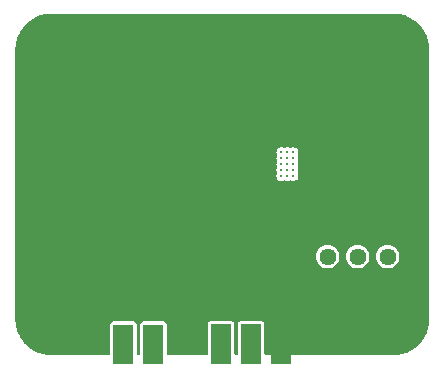
<source format=gbl>
%TF.GenerationSoftware,KiCad,Pcbnew,7.0.9*%
%TF.CreationDate,2023-11-18T02:34:40+02:00*%
%TF.ProjectId,BMS_Buck-Boost,424d535f-4275-4636-9b2d-426f6f73742e,rev?*%
%TF.SameCoordinates,Original*%
%TF.FileFunction,Copper,L2,Bot*%
%TF.FilePolarity,Positive*%
%FSLAX46Y46*%
G04 Gerber Fmt 4.6, Leading zero omitted, Abs format (unit mm)*
G04 Created by KiCad (PCBNEW 7.0.9) date 2023-11-18 02:34:40*
%MOMM*%
%LPD*%
G01*
G04 APERTURE LIST*
%TA.AperFunction,ComponentPad*%
%ADD10O,1.100000X1.700000*%
%TD*%
%TA.AperFunction,ComponentPad*%
%ADD11C,1.440000*%
%TD*%
%TA.AperFunction,ComponentPad*%
%ADD12C,3.800000*%
%TD*%
%TA.AperFunction,ComponentPad*%
%ADD13R,1.700000X1.700000*%
%TD*%
%TA.AperFunction,ComponentPad*%
%ADD14C,0.300000*%
%TD*%
%TA.AperFunction,ViaPad*%
%ADD15C,0.800000*%
%TD*%
%ADD16C,0.350000*%
%ADD17O,0.600000X1.200000*%
%ADD18C,0.200000*%
G04 APERTURE END LIST*
D10*
%TO.P,J1,S1,SHIELD*%
%TO.N,GND*%
X168785000Y-85143600D03*
X168785000Y-81343600D03*
X160145000Y-85143600D03*
X160145000Y-81343600D03*
%TD*%
D11*
%TO.P,RV1,1,1*%
%TO.N,Net-(R11-Pad1)*%
X177825400Y-99314000D03*
%TO.P,RV1,2,2*%
%TO.N,FB*%
X180365400Y-99314000D03*
%TO.P,RV1,3,3*%
%TO.N,Net-(R10-Pad2)*%
X182905400Y-99314000D03*
%TD*%
D12*
%TO.P,H4,1,1*%
%TO.N,GND*%
X183388000Y-104622600D03*
%TD*%
D13*
%TO.P,J4,1,Pin_1*%
%TO.N,GND*%
X173888400Y-105900000D03*
X173888400Y-107551000D03*
%TO.P,J4,2,Pin_2*%
%TO.N,+VCC_OUT*%
X171348400Y-105900000D03*
X171348400Y-107551000D03*
%TO.P,J4,3,Pin_3*%
%TO.N,+BATT*%
X168808400Y-105900000D03*
X168808400Y-107551000D03*
%TD*%
D12*
%TO.P,H1,1,1*%
%TO.N,GND*%
X154432000Y-81788000D03*
%TD*%
D14*
%TO.P,U3,16*%
%TO.N,N/C*%
X174920000Y-92480000D03*
%TO.P,U3,17*%
X174420000Y-92480000D03*
%TO.P,U3,18*%
X173920000Y-92480000D03*
%TO.P,U3,19*%
X174920000Y-91980000D03*
%TO.P,U3,20*%
X174420000Y-91980000D03*
%TO.P,U3,21*%
X173920000Y-91980000D03*
%TO.P,U3,22*%
X174920000Y-91480000D03*
%TO.P,U3,23*%
X174420000Y-91480000D03*
%TO.P,U3,24*%
X173920000Y-91480000D03*
%TO.P,U3,25*%
X174920000Y-90980000D03*
%TO.P,U3,26*%
X174420000Y-90980000D03*
%TO.P,U3,27*%
X173920000Y-90980000D03*
%TO.P,U3,28*%
X174920000Y-90480000D03*
%TO.P,U3,29*%
X174420000Y-90480000D03*
%TO.P,U3,30*%
X173920000Y-90480000D03*
%TD*%
D13*
%TO.P,J2,1,Pin_1*%
%TO.N,+BATT*%
X163080000Y-105920000D03*
X163080000Y-107571000D03*
%TO.P,J2,2,Pin_2*%
%TO.N,-BATT*%
X160540000Y-105920000D03*
X160540000Y-107571000D03*
%TD*%
D12*
%TO.P,H3,1,1*%
%TO.N,GND*%
X154432000Y-104622600D03*
%TD*%
%TO.P,H2,1,1*%
%TO.N,GND*%
X183388000Y-81788000D03*
%TD*%
D15*
%TO.N,GND*%
X177300000Y-101200000D03*
X154300000Y-95500000D03*
X175000000Y-96500000D03*
X169700000Y-94600000D03*
X180400000Y-101200000D03*
X181600000Y-88300000D03*
X185300000Y-88300000D03*
X168800000Y-88400000D03*
X172700000Y-95900000D03*
X152300000Y-99700000D03*
X154300000Y-86700000D03*
X175330000Y-87850000D03*
X173500000Y-87800000D03*
X153600000Y-101500000D03*
X179600000Y-88200000D03*
X152100000Y-103100000D03*
X157400000Y-105300000D03*
X174440000Y-88620000D03*
X169300000Y-102500000D03*
X166100000Y-89900000D03*
X174900000Y-99100000D03*
X156400000Y-79600000D03*
X152300000Y-97200000D03*
X156900000Y-103300000D03*
X171900000Y-81500000D03*
X169800000Y-99200000D03*
X183700000Y-88400000D03*
X174100000Y-94600000D03*
X176900000Y-81600000D03*
X167900000Y-86500000D03*
X180800000Y-80000000D03*
X169700000Y-97000000D03*
X172050000Y-93540000D03*
X185500000Y-83900000D03*
X158700000Y-80900000D03*
X177500000Y-93600000D03*
%TD*%
%TA.AperFunction,Conductor*%
%TO.N,GND*%
G36*
X183389620Y-78740584D02*
G01*
X183521458Y-78747494D01*
X183710228Y-78758095D01*
X183716412Y-78758757D01*
X183805709Y-78772900D01*
X183870521Y-78783166D01*
X184018158Y-78808249D01*
X184036513Y-78811368D01*
X184042168Y-78812603D01*
X184197035Y-78854099D01*
X184286623Y-78879910D01*
X184355084Y-78899634D01*
X184360139Y-78901328D01*
X184511608Y-78959471D01*
X184662233Y-79021863D01*
X184666604Y-79023879D01*
X184812154Y-79098041D01*
X184954272Y-79176587D01*
X184958015Y-79178833D01*
X185095610Y-79268188D01*
X185227869Y-79362031D01*
X185230986Y-79364395D01*
X185357681Y-79466990D01*
X185359934Y-79468908D01*
X185479808Y-79576034D01*
X185482312Y-79578402D01*
X185597596Y-79693686D01*
X185599967Y-79696193D01*
X185707085Y-79816058D01*
X185709024Y-79818336D01*
X185811591Y-79944996D01*
X185813973Y-79948137D01*
X185907814Y-80080392D01*
X185997156Y-80217968D01*
X185999414Y-80221731D01*
X186077963Y-80363854D01*
X186152115Y-80509386D01*
X186154154Y-80513809D01*
X186216538Y-80664418D01*
X186274669Y-80815858D01*
X186276364Y-80820914D01*
X186321907Y-80978990D01*
X186363393Y-81133822D01*
X186364630Y-81139486D01*
X186392833Y-81305478D01*
X186417238Y-81459558D01*
X186417904Y-81465785D01*
X186428509Y-81654625D01*
X186435415Y-81786377D01*
X186435500Y-81789623D01*
X186435500Y-104620976D01*
X186435415Y-104624222D01*
X186428509Y-104755974D01*
X186417904Y-104944813D01*
X186417238Y-104951040D01*
X186392833Y-105105121D01*
X186364630Y-105271112D01*
X186363393Y-105276776D01*
X186321907Y-105431609D01*
X186276364Y-105589684D01*
X186274669Y-105594740D01*
X186216538Y-105746181D01*
X186154154Y-105896789D01*
X186152115Y-105901212D01*
X186077963Y-106046745D01*
X185999416Y-106188864D01*
X185997149Y-106192642D01*
X185907817Y-106330202D01*
X185813973Y-106462461D01*
X185811591Y-106465602D01*
X185709024Y-106592262D01*
X185707070Y-106594558D01*
X185599986Y-106714385D01*
X185597596Y-106716912D01*
X185482312Y-106832196D01*
X185479785Y-106834586D01*
X185359958Y-106941670D01*
X185357662Y-106943624D01*
X185231002Y-107046191D01*
X185227861Y-107048573D01*
X185095602Y-107142417D01*
X184958042Y-107231749D01*
X184954264Y-107234016D01*
X184812145Y-107312563D01*
X184666612Y-107386715D01*
X184662189Y-107388754D01*
X184511581Y-107451138D01*
X184360140Y-107509269D01*
X184355084Y-107510964D01*
X184197009Y-107556507D01*
X184042176Y-107597993D01*
X184036512Y-107599230D01*
X183870521Y-107627433D01*
X183716440Y-107651838D01*
X183710213Y-107652504D01*
X183521374Y-107663109D01*
X183389622Y-107670015D01*
X183386376Y-107670100D01*
X172602900Y-107670100D01*
X172535861Y-107650415D01*
X172490106Y-107597611D01*
X172478900Y-107546100D01*
X172478900Y-105008121D01*
X172478900Y-105008120D01*
X172476179Y-104984667D01*
X172433820Y-104888733D01*
X172359667Y-104814580D01*
X172309029Y-104792221D01*
X172263734Y-104772221D01*
X172240281Y-104769500D01*
X172240280Y-104769500D01*
X170456520Y-104769500D01*
X170456518Y-104769500D01*
X170433066Y-104772221D01*
X170433064Y-104772221D01*
X170337132Y-104814580D01*
X170262980Y-104888732D01*
X170220621Y-104984664D01*
X170220621Y-104984666D01*
X170217900Y-105008118D01*
X170217900Y-107546100D01*
X170198215Y-107613139D01*
X170145411Y-107658894D01*
X170093900Y-107670100D01*
X170062900Y-107670100D01*
X169995861Y-107650415D01*
X169950106Y-107597611D01*
X169938900Y-107546100D01*
X169938900Y-105008121D01*
X169938900Y-105008120D01*
X169936179Y-104984667D01*
X169893820Y-104888733D01*
X169819667Y-104814580D01*
X169769029Y-104792221D01*
X169723734Y-104772221D01*
X169700281Y-104769500D01*
X169700280Y-104769500D01*
X167916520Y-104769500D01*
X167916518Y-104769500D01*
X167893066Y-104772221D01*
X167893064Y-104772221D01*
X167797132Y-104814580D01*
X167722980Y-104888732D01*
X167680621Y-104984664D01*
X167680621Y-104984666D01*
X167677900Y-105008118D01*
X167677900Y-107546100D01*
X167658215Y-107613139D01*
X167605411Y-107658894D01*
X167553900Y-107670100D01*
X164334500Y-107670100D01*
X164267461Y-107650415D01*
X164221706Y-107597611D01*
X164210500Y-107546100D01*
X164210500Y-105028121D01*
X164210500Y-105028120D01*
X164207779Y-105004667D01*
X164165420Y-104908733D01*
X164091267Y-104834580D01*
X163995334Y-104792221D01*
X163971881Y-104789500D01*
X163971880Y-104789500D01*
X162188120Y-104789500D01*
X162188118Y-104789500D01*
X162164666Y-104792221D01*
X162164664Y-104792221D01*
X162068732Y-104834580D01*
X161994580Y-104908732D01*
X161952221Y-105004664D01*
X161952221Y-105004666D01*
X161949500Y-105028118D01*
X161949500Y-107546100D01*
X161929815Y-107613139D01*
X161877011Y-107658894D01*
X161825500Y-107670100D01*
X161794500Y-107670100D01*
X161727461Y-107650415D01*
X161681706Y-107597611D01*
X161670500Y-107546100D01*
X161670500Y-105028121D01*
X161670500Y-105028120D01*
X161667779Y-105004667D01*
X161625420Y-104908733D01*
X161551267Y-104834580D01*
X161455334Y-104792221D01*
X161431881Y-104789500D01*
X161431880Y-104789500D01*
X159648120Y-104789500D01*
X159648118Y-104789500D01*
X159624666Y-104792221D01*
X159624664Y-104792221D01*
X159528732Y-104834580D01*
X159454580Y-104908732D01*
X159412221Y-105004664D01*
X159412221Y-105004666D01*
X159409500Y-105028118D01*
X159409500Y-107546100D01*
X159389815Y-107613139D01*
X159337011Y-107658894D01*
X159285500Y-107670100D01*
X154433624Y-107670100D01*
X154430379Y-107670015D01*
X154298625Y-107663109D01*
X154109785Y-107652504D01*
X154103558Y-107651838D01*
X153949478Y-107627433D01*
X153783486Y-107599230D01*
X153777822Y-107597993D01*
X153622990Y-107556507D01*
X153464914Y-107510964D01*
X153459858Y-107509269D01*
X153308418Y-107451138D01*
X153157809Y-107388754D01*
X153153386Y-107386715D01*
X153007854Y-107312563D01*
X152865734Y-107234016D01*
X152861968Y-107231756D01*
X152724392Y-107142414D01*
X152592137Y-107048573D01*
X152589004Y-107046197D01*
X152462325Y-106943615D01*
X152460058Y-106941685D01*
X152340193Y-106834567D01*
X152337686Y-106832196D01*
X152222402Y-106716912D01*
X152220034Y-106714408D01*
X152112908Y-106594534D01*
X152110990Y-106592281D01*
X152008395Y-106465586D01*
X152006025Y-106462461D01*
X151912188Y-106330210D01*
X151822833Y-106192615D01*
X151820582Y-106188863D01*
X151742036Y-106046745D01*
X151667883Y-105901212D01*
X151665863Y-105896833D01*
X151603461Y-105746181D01*
X151545328Y-105594739D01*
X151543634Y-105589684D01*
X151523910Y-105521223D01*
X151498099Y-105431635D01*
X151456603Y-105276768D01*
X151455368Y-105271111D01*
X151427166Y-105105121D01*
X151417351Y-105043157D01*
X151402757Y-104951012D01*
X151402095Y-104944828D01*
X151391489Y-104755961D01*
X151384585Y-104624222D01*
X151384500Y-104620976D01*
X151384500Y-99314000D01*
X176820059Y-99314000D01*
X176839375Y-99510129D01*
X176896588Y-99698733D01*
X176989486Y-99872532D01*
X176989490Y-99872539D01*
X177114516Y-100024883D01*
X177266860Y-100149909D01*
X177266867Y-100149913D01*
X177440666Y-100242811D01*
X177440669Y-100242811D01*
X177440673Y-100242814D01*
X177629268Y-100300024D01*
X177825400Y-100319341D01*
X178021532Y-100300024D01*
X178210127Y-100242814D01*
X178383938Y-100149910D01*
X178536283Y-100024883D01*
X178661310Y-99872538D01*
X178754214Y-99698727D01*
X178811424Y-99510132D01*
X178830741Y-99314000D01*
X179360059Y-99314000D01*
X179379375Y-99510129D01*
X179436588Y-99698733D01*
X179529486Y-99872532D01*
X179529490Y-99872539D01*
X179654516Y-100024883D01*
X179806860Y-100149909D01*
X179806867Y-100149913D01*
X179980666Y-100242811D01*
X179980669Y-100242811D01*
X179980673Y-100242814D01*
X180169268Y-100300024D01*
X180365400Y-100319341D01*
X180561532Y-100300024D01*
X180750127Y-100242814D01*
X180923938Y-100149910D01*
X181076283Y-100024883D01*
X181201310Y-99872538D01*
X181294214Y-99698727D01*
X181351424Y-99510132D01*
X181370741Y-99314000D01*
X181900059Y-99314000D01*
X181919375Y-99510129D01*
X181976588Y-99698733D01*
X182069486Y-99872532D01*
X182069490Y-99872539D01*
X182194516Y-100024883D01*
X182346860Y-100149909D01*
X182346867Y-100149913D01*
X182520666Y-100242811D01*
X182520669Y-100242811D01*
X182520673Y-100242814D01*
X182709268Y-100300024D01*
X182905400Y-100319341D01*
X183101532Y-100300024D01*
X183290127Y-100242814D01*
X183463938Y-100149910D01*
X183616283Y-100024883D01*
X183741310Y-99872538D01*
X183834214Y-99698727D01*
X183891424Y-99510132D01*
X183910741Y-99314000D01*
X183891424Y-99117868D01*
X183834214Y-98929273D01*
X183834211Y-98929269D01*
X183834211Y-98929266D01*
X183741313Y-98755467D01*
X183741309Y-98755460D01*
X183616283Y-98603116D01*
X183463939Y-98478090D01*
X183463932Y-98478086D01*
X183290133Y-98385188D01*
X183290127Y-98385186D01*
X183101532Y-98327976D01*
X183101529Y-98327975D01*
X182905400Y-98308659D01*
X182709270Y-98327975D01*
X182520666Y-98385188D01*
X182346867Y-98478086D01*
X182346860Y-98478090D01*
X182194516Y-98603116D01*
X182069490Y-98755460D01*
X182069486Y-98755467D01*
X181976588Y-98929266D01*
X181919375Y-99117870D01*
X181900059Y-99314000D01*
X181370741Y-99314000D01*
X181351424Y-99117868D01*
X181294214Y-98929273D01*
X181294211Y-98929269D01*
X181294211Y-98929266D01*
X181201313Y-98755467D01*
X181201309Y-98755460D01*
X181076283Y-98603116D01*
X180923939Y-98478090D01*
X180923932Y-98478086D01*
X180750133Y-98385188D01*
X180750127Y-98385186D01*
X180561532Y-98327976D01*
X180561529Y-98327975D01*
X180365400Y-98308659D01*
X180169270Y-98327975D01*
X179980666Y-98385188D01*
X179806867Y-98478086D01*
X179806860Y-98478090D01*
X179654516Y-98603116D01*
X179529490Y-98755460D01*
X179529486Y-98755467D01*
X179436588Y-98929266D01*
X179379375Y-99117870D01*
X179360059Y-99314000D01*
X178830741Y-99314000D01*
X178811424Y-99117868D01*
X178754214Y-98929273D01*
X178754211Y-98929269D01*
X178754211Y-98929266D01*
X178661313Y-98755467D01*
X178661309Y-98755460D01*
X178536283Y-98603116D01*
X178383939Y-98478090D01*
X178383932Y-98478086D01*
X178210133Y-98385188D01*
X178210127Y-98385186D01*
X178021532Y-98327976D01*
X178021529Y-98327975D01*
X177825400Y-98308659D01*
X177629270Y-98327975D01*
X177440666Y-98385188D01*
X177266867Y-98478086D01*
X177266860Y-98478090D01*
X177114516Y-98603116D01*
X176989490Y-98755460D01*
X176989486Y-98755467D01*
X176896588Y-98929266D01*
X176839375Y-99117870D01*
X176820059Y-99314000D01*
X151384500Y-99314000D01*
X151384500Y-92480000D01*
X173485073Y-92480000D01*
X173502690Y-92602533D01*
X173554115Y-92715137D01*
X173554116Y-92715139D01*
X173635183Y-92808696D01*
X173635185Y-92808697D01*
X173635187Y-92808699D01*
X173739322Y-92875623D01*
X173739327Y-92875625D01*
X173858100Y-92910499D01*
X173858102Y-92910500D01*
X173858103Y-92910500D01*
X173981898Y-92910500D01*
X173981898Y-92910499D01*
X174100672Y-92875625D01*
X174100673Y-92875625D01*
X174100677Y-92875623D01*
X174102956Y-92874157D01*
X174105560Y-92873393D01*
X174108740Y-92871941D01*
X174108948Y-92872398D01*
X174169994Y-92854470D01*
X174231052Y-92872395D01*
X174231260Y-92871941D01*
X174234420Y-92873384D01*
X174237035Y-92874152D01*
X174237044Y-92874158D01*
X174239326Y-92875625D01*
X174358100Y-92910499D01*
X174358102Y-92910500D01*
X174358103Y-92910500D01*
X174481898Y-92910500D01*
X174481898Y-92910499D01*
X174600672Y-92875625D01*
X174600673Y-92875625D01*
X174600677Y-92875623D01*
X174602956Y-92874157D01*
X174605560Y-92873393D01*
X174608740Y-92871941D01*
X174608948Y-92872398D01*
X174669994Y-92854470D01*
X174731052Y-92872395D01*
X174731260Y-92871941D01*
X174734420Y-92873384D01*
X174737035Y-92874152D01*
X174737044Y-92874158D01*
X174739326Y-92875625D01*
X174858100Y-92910499D01*
X174858102Y-92910500D01*
X174858103Y-92910500D01*
X174981898Y-92910500D01*
X174981898Y-92910499D01*
X175100675Y-92875624D01*
X175102957Y-92874158D01*
X175204812Y-92808699D01*
X175204811Y-92808699D01*
X175204817Y-92808696D01*
X175285884Y-92715139D01*
X175337309Y-92602533D01*
X175354927Y-92480000D01*
X175337309Y-92357467D01*
X175337308Y-92357464D01*
X175302622Y-92281511D01*
X175292678Y-92212353D01*
X175302622Y-92178489D01*
X175337308Y-92102535D01*
X175337309Y-92102533D01*
X175354927Y-91980000D01*
X175337309Y-91857467D01*
X175337308Y-91857464D01*
X175302622Y-91781511D01*
X175292678Y-91712353D01*
X175302622Y-91678489D01*
X175337308Y-91602535D01*
X175337309Y-91602533D01*
X175354927Y-91480000D01*
X175337309Y-91357467D01*
X175337308Y-91357464D01*
X175302622Y-91281511D01*
X175292678Y-91212353D01*
X175302622Y-91178489D01*
X175337308Y-91102535D01*
X175337309Y-91102533D01*
X175354927Y-90980000D01*
X175337309Y-90857467D01*
X175337308Y-90857464D01*
X175302622Y-90781511D01*
X175292678Y-90712353D01*
X175302622Y-90678489D01*
X175337308Y-90602535D01*
X175337309Y-90602533D01*
X175354927Y-90480000D01*
X175337309Y-90357467D01*
X175285884Y-90244861D01*
X175204817Y-90151304D01*
X175204814Y-90151302D01*
X175204812Y-90151300D01*
X175100677Y-90084376D01*
X175100672Y-90084374D01*
X174981899Y-90049500D01*
X174981897Y-90049500D01*
X174858103Y-90049500D01*
X174858100Y-90049500D01*
X174739328Y-90084374D01*
X174739324Y-90084376D01*
X174737032Y-90085849D01*
X174734421Y-90086615D01*
X174731263Y-90088058D01*
X174731055Y-90087603D01*
X174669991Y-90105529D01*
X174608944Y-90087603D01*
X174608737Y-90088058D01*
X174605579Y-90086615D01*
X174602968Y-90085849D01*
X174600675Y-90084376D01*
X174600671Y-90084374D01*
X174481899Y-90049500D01*
X174481897Y-90049500D01*
X174358103Y-90049500D01*
X174358100Y-90049500D01*
X174239328Y-90084374D01*
X174239324Y-90084376D01*
X174237032Y-90085849D01*
X174234421Y-90086615D01*
X174231263Y-90088058D01*
X174231055Y-90087603D01*
X174169991Y-90105529D01*
X174108944Y-90087603D01*
X174108737Y-90088058D01*
X174105579Y-90086615D01*
X174102968Y-90085849D01*
X174100675Y-90084376D01*
X174100671Y-90084374D01*
X173981899Y-90049500D01*
X173981897Y-90049500D01*
X173858103Y-90049500D01*
X173858100Y-90049500D01*
X173739327Y-90084374D01*
X173739322Y-90084376D01*
X173635187Y-90151300D01*
X173635185Y-90151302D01*
X173554117Y-90244859D01*
X173554115Y-90244862D01*
X173502690Y-90357466D01*
X173485073Y-90480000D01*
X173502691Y-90602534D01*
X173502691Y-90602535D01*
X173537378Y-90678489D01*
X173547322Y-90747647D01*
X173537378Y-90781511D01*
X173502691Y-90857464D01*
X173502691Y-90857465D01*
X173485073Y-90980000D01*
X173502691Y-91102534D01*
X173502691Y-91102535D01*
X173537378Y-91178489D01*
X173547322Y-91247647D01*
X173537378Y-91281511D01*
X173502691Y-91357464D01*
X173502691Y-91357465D01*
X173485073Y-91480000D01*
X173502691Y-91602534D01*
X173502691Y-91602535D01*
X173537378Y-91678489D01*
X173547322Y-91747647D01*
X173537378Y-91781511D01*
X173502691Y-91857464D01*
X173502691Y-91857465D01*
X173485073Y-91980000D01*
X173502691Y-92102534D01*
X173502691Y-92102535D01*
X173537378Y-92178489D01*
X173547322Y-92247647D01*
X173537378Y-92281511D01*
X173502691Y-92357464D01*
X173502691Y-92357465D01*
X173485073Y-92480000D01*
X151384500Y-92480000D01*
X151384500Y-81789623D01*
X151384585Y-81786377D01*
X151391490Y-81654625D01*
X151402096Y-81465767D01*
X151402756Y-81459591D01*
X151419521Y-81353738D01*
X151427166Y-81305478D01*
X151455368Y-81139487D01*
X151455369Y-81139486D01*
X151455370Y-81139477D01*
X151456600Y-81133840D01*
X151498107Y-80978937D01*
X151543634Y-80820914D01*
X151545329Y-80815858D01*
X151603472Y-80664390D01*
X151665871Y-80513747D01*
X151667869Y-80509414D01*
X151742052Y-80363824D01*
X151820602Y-80221701D01*
X151822817Y-80218008D01*
X151912187Y-80080391D01*
X152006053Y-79948099D01*
X152008371Y-79945043D01*
X152111024Y-79818276D01*
X152112872Y-79816105D01*
X152220066Y-79696155D01*
X152222366Y-79693723D01*
X152337723Y-79578366D01*
X152340155Y-79576066D01*
X152460105Y-79468872D01*
X152462276Y-79467024D01*
X152589043Y-79364371D01*
X152592099Y-79362053D01*
X152724391Y-79268187D01*
X152862008Y-79178817D01*
X152865701Y-79176602D01*
X153007824Y-79098052D01*
X153153414Y-79023869D01*
X153157747Y-79021871D01*
X153308390Y-78959472D01*
X153459874Y-78901323D01*
X153464914Y-78899634D01*
X153466382Y-78899210D01*
X153622937Y-78854107D01*
X153777840Y-78812600D01*
X153783477Y-78811370D01*
X153844844Y-78800943D01*
X153949478Y-78783166D01*
X153997738Y-78775521D01*
X154103591Y-78758756D01*
X154109767Y-78758096D01*
X154298470Y-78747498D01*
X154430379Y-78740584D01*
X154433623Y-78740500D01*
X183386377Y-78740500D01*
X183389620Y-78740584D01*
G37*
%TD.AperFunction*%
%TD*%
D16*
X177300000Y-101200000D03*
X154300000Y-95500000D03*
X175000000Y-96500000D03*
X169700000Y-94600000D03*
X180400000Y-101200000D03*
X181600000Y-88300000D03*
X185300000Y-88300000D03*
X168800000Y-88400000D03*
X172700000Y-95900000D03*
X152300000Y-99700000D03*
X154300000Y-86700000D03*
X175330000Y-87850000D03*
X173500000Y-87800000D03*
X153600000Y-101500000D03*
X179600000Y-88200000D03*
X152100000Y-103100000D03*
X157400000Y-105300000D03*
X174440000Y-88620000D03*
X169300000Y-102500000D03*
X166100000Y-89900000D03*
X174900000Y-99100000D03*
X156400000Y-79600000D03*
X152300000Y-97200000D03*
X156900000Y-103300000D03*
X171900000Y-81500000D03*
X169800000Y-99200000D03*
X183700000Y-88400000D03*
X174100000Y-94600000D03*
X176900000Y-81600000D03*
X167900000Y-86500000D03*
X180800000Y-80000000D03*
X169700000Y-97000000D03*
X172050000Y-93540000D03*
X185500000Y-83900000D03*
X158700000Y-80900000D03*
X177500000Y-93600000D03*
D17*
X168785000Y-85143600D03*
X168785000Y-81343600D03*
X160145000Y-85143600D03*
X160145000Y-81343600D03*
D16*
X177825400Y-99314000D03*
X180365400Y-99314000D03*
X182905400Y-99314000D03*
X183388000Y-104622600D03*
X173888400Y-105900000D03*
X173888400Y-107551000D03*
X171348400Y-105900000D03*
X171348400Y-107551000D03*
X168808400Y-105900000D03*
X168808400Y-107551000D03*
X154432000Y-81788000D03*
D18*
X174920000Y-92480000D03*
X174420000Y-92480000D03*
X173920000Y-92480000D03*
X174920000Y-91980000D03*
X174420000Y-91980000D03*
X173920000Y-91980000D03*
X174920000Y-91480000D03*
X174420000Y-91480000D03*
X173920000Y-91480000D03*
X174920000Y-90980000D03*
X174420000Y-90980000D03*
X173920000Y-90980000D03*
X174920000Y-90480000D03*
X174420000Y-90480000D03*
X173920000Y-90480000D03*
D16*
X163080000Y-105920000D03*
X163080000Y-107571000D03*
X160540000Y-105920000D03*
X160540000Y-107571000D03*
X154432000Y-104622600D03*
X183388000Y-81788000D03*
M02*

</source>
